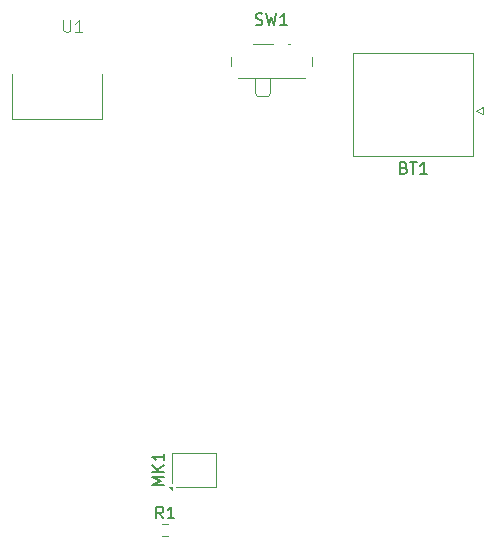
<source format=gbr>
%TF.GenerationSoftware,KiCad,Pcbnew,8.0.8*%
%TF.CreationDate,2025-02-12T10:11:30-08:00*%
%TF.ProjectId,514_pcb,3531345f-7063-4622-9e6b-696361645f70,rev?*%
%TF.SameCoordinates,Original*%
%TF.FileFunction,Legend,Top*%
%TF.FilePolarity,Positive*%
%FSLAX46Y46*%
G04 Gerber Fmt 4.6, Leading zero omitted, Abs format (unit mm)*
G04 Created by KiCad (PCBNEW 8.0.8) date 2025-02-12 10:11:30*
%MOMM*%
%LPD*%
G01*
G04 APERTURE LIST*
%ADD10C,0.100000*%
%ADD11C,0.150000*%
%ADD12C,0.120000*%
G04 APERTURE END LIST*
D10*
X97388095Y-68837419D02*
X97388095Y-69646942D01*
X97388095Y-69646942D02*
X97435714Y-69742180D01*
X97435714Y-69742180D02*
X97483333Y-69789800D01*
X97483333Y-69789800D02*
X97578571Y-69837419D01*
X97578571Y-69837419D02*
X97769047Y-69837419D01*
X97769047Y-69837419D02*
X97864285Y-69789800D01*
X97864285Y-69789800D02*
X97911904Y-69742180D01*
X97911904Y-69742180D02*
X97959523Y-69646942D01*
X97959523Y-69646942D02*
X97959523Y-68837419D01*
X98959523Y-69837419D02*
X98388095Y-69837419D01*
X98673809Y-69837419D02*
X98673809Y-68837419D01*
X98673809Y-68837419D02*
X98578571Y-68980276D01*
X98578571Y-68980276D02*
X98483333Y-69075514D01*
X98483333Y-69075514D02*
X98388095Y-69123133D01*
D11*
X113666667Y-69207200D02*
X113809524Y-69254819D01*
X113809524Y-69254819D02*
X114047619Y-69254819D01*
X114047619Y-69254819D02*
X114142857Y-69207200D01*
X114142857Y-69207200D02*
X114190476Y-69159580D01*
X114190476Y-69159580D02*
X114238095Y-69064342D01*
X114238095Y-69064342D02*
X114238095Y-68969104D01*
X114238095Y-68969104D02*
X114190476Y-68873866D01*
X114190476Y-68873866D02*
X114142857Y-68826247D01*
X114142857Y-68826247D02*
X114047619Y-68778628D01*
X114047619Y-68778628D02*
X113857143Y-68731009D01*
X113857143Y-68731009D02*
X113761905Y-68683390D01*
X113761905Y-68683390D02*
X113714286Y-68635771D01*
X113714286Y-68635771D02*
X113666667Y-68540533D01*
X113666667Y-68540533D02*
X113666667Y-68445295D01*
X113666667Y-68445295D02*
X113714286Y-68350057D01*
X113714286Y-68350057D02*
X113761905Y-68302438D01*
X113761905Y-68302438D02*
X113857143Y-68254819D01*
X113857143Y-68254819D02*
X114095238Y-68254819D01*
X114095238Y-68254819D02*
X114238095Y-68302438D01*
X114571429Y-68254819D02*
X114809524Y-69254819D01*
X114809524Y-69254819D02*
X115000000Y-68540533D01*
X115000000Y-68540533D02*
X115190476Y-69254819D01*
X115190476Y-69254819D02*
X115428572Y-68254819D01*
X116333333Y-69254819D02*
X115761905Y-69254819D01*
X116047619Y-69254819D02*
X116047619Y-68254819D01*
X116047619Y-68254819D02*
X115952381Y-68397676D01*
X115952381Y-68397676D02*
X115857143Y-68492914D01*
X115857143Y-68492914D02*
X115761905Y-68540533D01*
X126214285Y-81331009D02*
X126357142Y-81378628D01*
X126357142Y-81378628D02*
X126404761Y-81426247D01*
X126404761Y-81426247D02*
X126452380Y-81521485D01*
X126452380Y-81521485D02*
X126452380Y-81664342D01*
X126452380Y-81664342D02*
X126404761Y-81759580D01*
X126404761Y-81759580D02*
X126357142Y-81807200D01*
X126357142Y-81807200D02*
X126261904Y-81854819D01*
X126261904Y-81854819D02*
X125880952Y-81854819D01*
X125880952Y-81854819D02*
X125880952Y-80854819D01*
X125880952Y-80854819D02*
X126214285Y-80854819D01*
X126214285Y-80854819D02*
X126309523Y-80902438D01*
X126309523Y-80902438D02*
X126357142Y-80950057D01*
X126357142Y-80950057D02*
X126404761Y-81045295D01*
X126404761Y-81045295D02*
X126404761Y-81140533D01*
X126404761Y-81140533D02*
X126357142Y-81235771D01*
X126357142Y-81235771D02*
X126309523Y-81283390D01*
X126309523Y-81283390D02*
X126214285Y-81331009D01*
X126214285Y-81331009D02*
X125880952Y-81331009D01*
X126738095Y-80854819D02*
X127309523Y-80854819D01*
X127023809Y-81854819D02*
X127023809Y-80854819D01*
X128166666Y-81854819D02*
X127595238Y-81854819D01*
X127880952Y-81854819D02*
X127880952Y-80854819D01*
X127880952Y-80854819D02*
X127785714Y-80997676D01*
X127785714Y-80997676D02*
X127690476Y-81092914D01*
X127690476Y-81092914D02*
X127595238Y-81140533D01*
X105833333Y-111024819D02*
X105500000Y-110548628D01*
X105261905Y-111024819D02*
X105261905Y-110024819D01*
X105261905Y-110024819D02*
X105642857Y-110024819D01*
X105642857Y-110024819D02*
X105738095Y-110072438D01*
X105738095Y-110072438D02*
X105785714Y-110120057D01*
X105785714Y-110120057D02*
X105833333Y-110215295D01*
X105833333Y-110215295D02*
X105833333Y-110358152D01*
X105833333Y-110358152D02*
X105785714Y-110453390D01*
X105785714Y-110453390D02*
X105738095Y-110501009D01*
X105738095Y-110501009D02*
X105642857Y-110548628D01*
X105642857Y-110548628D02*
X105261905Y-110548628D01*
X106785714Y-111024819D02*
X106214286Y-111024819D01*
X106500000Y-111024819D02*
X106500000Y-110024819D01*
X106500000Y-110024819D02*
X106404762Y-110167676D01*
X106404762Y-110167676D02*
X106309524Y-110262914D01*
X106309524Y-110262914D02*
X106214286Y-110310533D01*
X105912819Y-108209523D02*
X104912819Y-108209523D01*
X104912819Y-108209523D02*
X105627104Y-107876190D01*
X105627104Y-107876190D02*
X104912819Y-107542857D01*
X104912819Y-107542857D02*
X105912819Y-107542857D01*
X105912819Y-107066666D02*
X104912819Y-107066666D01*
X105912819Y-106495238D02*
X105341390Y-106923809D01*
X104912819Y-106495238D02*
X105484247Y-107066666D01*
X105912819Y-105542857D02*
X105912819Y-106114285D01*
X105912819Y-105828571D02*
X104912819Y-105828571D01*
X104912819Y-105828571D02*
X105055676Y-105923809D01*
X105055676Y-105923809D02*
X105150914Y-106019047D01*
X105150914Y-106019047D02*
X105198533Y-106114285D01*
D10*
%TO.C,U1*%
X93070000Y-73420000D02*
X93070000Y-77230000D01*
X93070000Y-77230000D02*
X100690000Y-77230000D01*
X100690000Y-77230000D02*
X100690000Y-73420000D01*
D12*
%TO.C,SW1*%
X111550000Y-71930000D02*
X111550000Y-72720000D01*
X112150000Y-73730000D02*
X117850000Y-73730000D01*
X113400000Y-70880000D02*
X115100000Y-70880000D01*
X113600000Y-73730000D02*
X113600000Y-75020000D01*
X113600000Y-75020000D02*
X113800000Y-75230000D01*
X113800000Y-75230000D02*
X114700000Y-75230000D01*
X114900000Y-75020000D02*
X114700000Y-75230000D01*
X114900000Y-75020000D02*
X114900000Y-73730000D01*
X116400000Y-70880000D02*
X116600000Y-70880000D01*
X118450000Y-72720000D02*
X118450000Y-71930000D01*
%TO.C,BT1*%
X121890000Y-71590000D02*
X121890000Y-80310000D01*
X121890000Y-80310000D02*
X132110000Y-80310000D01*
X132110000Y-71590000D02*
X121890000Y-71590000D01*
X132110000Y-80310000D02*
X132110000Y-71590000D01*
X132310000Y-76500000D02*
X132910000Y-76200000D01*
X132910000Y-76200000D02*
X132910000Y-76800000D01*
X132910000Y-76800000D02*
X132310000Y-76500000D01*
%TO.C,R1*%
X105745276Y-111477500D02*
X106254724Y-111477500D01*
X105745276Y-112522500D02*
X106254724Y-112522500D01*
%TO.C,MK1*%
X106608000Y-105475000D02*
X110308000Y-105475000D01*
X106608000Y-108025000D02*
X106608000Y-105475000D01*
X110308000Y-105475000D02*
X110308000Y-108325000D01*
X110308000Y-108325000D02*
X106908000Y-108325000D01*
X106608000Y-108605000D02*
X106328000Y-108325000D01*
X106608000Y-108325000D01*
X106608000Y-108605000D01*
G36*
X106608000Y-108605000D02*
G01*
X106328000Y-108325000D01*
X106608000Y-108325000D01*
X106608000Y-108605000D01*
G37*
%TD*%
M02*

</source>
